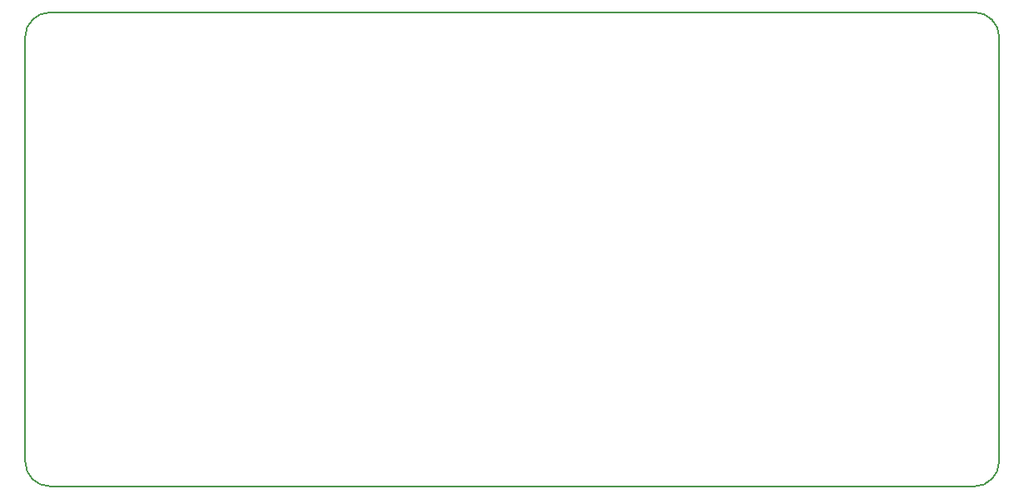
<source format=gbr>
G04 #@! TF.FileFunction,Profile,NP*
%FSLAX46Y46*%
G04 Gerber Fmt 4.6, Leading zero omitted, Abs format (unit mm)*
G04 Created by KiCad (PCBNEW 4.0.2-4+6225~38~ubuntu14.04.1-stable) date mer. 25 mai 2016 20:50:44 CEST*
%MOMM*%
G01*
G04 APERTURE LIST*
%ADD10C,0.100000*%
%ADD11C,0.150000*%
G04 APERTURE END LIST*
D10*
D11*
X104140000Y-132080000D02*
G75*
G03X106680000Y-134620000I2540000J0D01*
G01*
X200660000Y-134620000D02*
G75*
G03X203200000Y-132080000I0J2540000D01*
G01*
X203200000Y-88900000D02*
G75*
G03X200660000Y-86360000I-2540000J0D01*
G01*
X106680000Y-86360000D02*
G75*
G03X104140000Y-88900000I0J-2540000D01*
G01*
X104140000Y-132080000D02*
X104140000Y-88900000D01*
X200660000Y-134620000D02*
X106680000Y-134620000D01*
X203200000Y-88900000D02*
X203200000Y-132080000D01*
X106680000Y-86360000D02*
X200660000Y-86360000D01*
M02*

</source>
